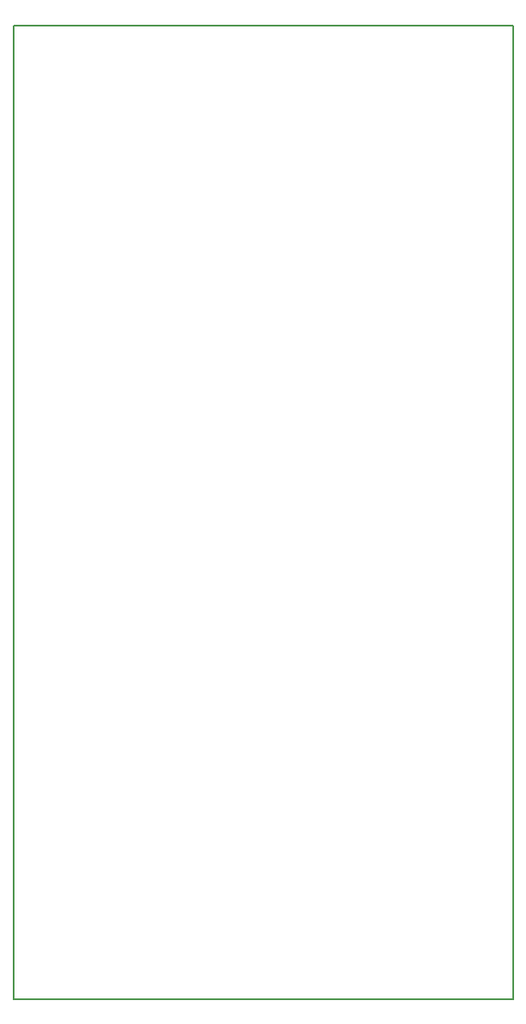
<source format=gko>
G04 #@! TF.FileFunction,Profile,NP*
%FSLAX46Y46*%
G04 Gerber Fmt 4.6, Leading zero omitted, Abs format (unit mm)*
G04 Created by KiCad (PCBNEW (2015-10-14 BZR 6269)-product) date Thursday, October 22, 2015 'PMt' 03:29:46 PM*
%MOMM*%
G01*
G04 APERTURE LIST*
%ADD10C,0.100000*%
%ADD11C,0.150000*%
G04 APERTURE END LIST*
D10*
D11*
X135890000Y-154940000D02*
X135890000Y-58420000D01*
X185420000Y-154940000D02*
X135890000Y-154940000D01*
X185420000Y-58420000D02*
X185420000Y-154940000D01*
X135890000Y-58420000D02*
X185420000Y-58420000D01*
M02*

</source>
